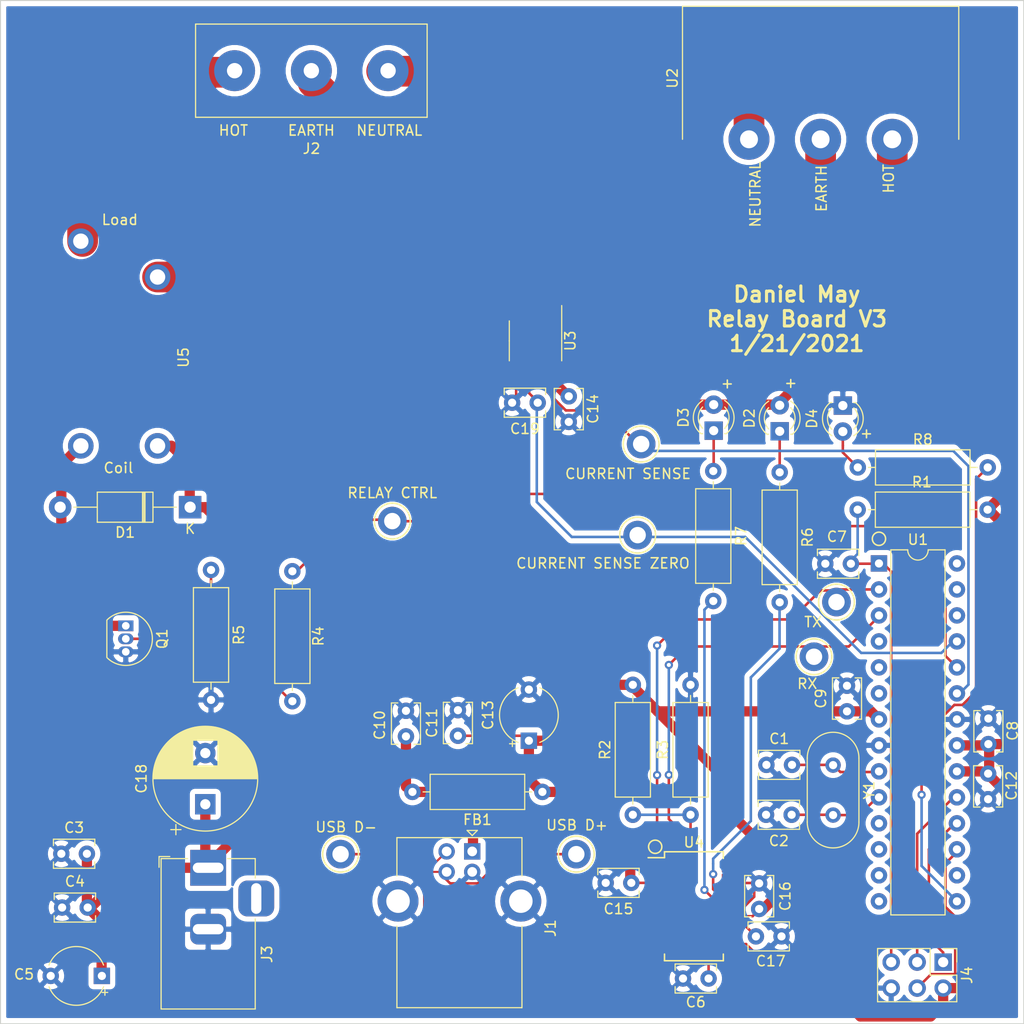
<source format=kicad_pcb>
(kicad_pcb (version 20171130) (host pcbnew "(5.1.8)-1")
  (layers (0 F.Cu signal) (31 B.Cu signal) (34 B.Paste user) (35 F.Paste user) (36 B.SilkS user) (37 F.SilkS user) (38 B.Mask user) (39 F.Mask user) (44 Edge.Cuts user))
  (net 0 "")
  (net 1 XTAL1)
  (net 2 ISP_GND)
  (net 3 XTAL2)
  (net 4 5V_Rail)
  (net 5 "Net-(C6-Pad2)")
  (net 6 "Net-(C10-Pad2)")
  (net 7 "Net-(D1-Pad2)")
  (net 8 "Net-(D2-Pad1)")
  (net 9 "Net-(D3-Pad1)")
  (net 10 "Net-(D4-Pad2)")
  (net 11 USB_D+)
  (net 12 USB_D-)
  (net 13 AC_Hot_OUT)
  (net 14 AC_Neutral_IN)
  (net 15 AC_Earth_IN)
  (net 16 "Net-(J3-PadMP)")
  (net 17 ISP_RST)
  (net 18 ISP_MOSI)
  (net 19 ISP_SCK)
  (net 20 ISP_MISO)
  (net 21 "Net-(Q1-Pad2)")
  (net 22 Relay_CTRL)
  (net 23 "Net-(R6-Pad2)")
  (net 24 "Net-(R7-Pad2)")
  (net 25 "Net-(R8-Pad2)")
  (net 26 "Net-(U1-Pad28)")
  (net 27 "Net-(U1-Pad14)")
  (net 28 "Net-(U1-Pad27)")
  (net 29 "Net-(U1-Pad13)")
  (net 30 "Net-(U1-Pad26)")
  (net 31 "Net-(U1-Pad12)")
  (net 32 "Net-(U1-Pad11)")
  (net 33 Current_Sense)
  (net 34 "Net-(U1-Pad6)")
  (net 35 "Net-(U1-Pad5)")
  (net 36 "Net-(U1-Pad4)")
  (net 37 FTDI_UART_RX)
  (net 38 "Net-(U1-Pad16)")
  (net 39 FTDI_UART_TX)
  (net 40 AC_Hot_IN)
  (net 41 AC_Hot_Sense)
  (net 42 "Net-(U4-Pad28)")
  (net 43 "Net-(U4-Pad27)")
  (net 44 "Net-(U4-Pad14)")
  (net 45 "Net-(U4-Pad13)")
  (net 46 "Net-(U4-Pad12)")
  (net 47 "Net-(U4-Pad11)")
  (net 48 "Net-(U4-Pad10)")
  (net 49 "Net-(U4-Pad9)")
  (net 50 "Net-(U4-Pad6)")
  (net 51 "Net-(U4-Pad3)")
  (net 52 "Net-(U4-Pad2)")
  (net 53 "Net-(C17-Pad2)")
  (net 54 USB_VBUS_Rail)
  (net 55 Current_Sense_Zero)
  (module TestPoint:TestPoint_Keystone_5005-5009_Compact (layer F.Cu) (at 122.1867 125.3617)
    (fp_text reference "USB D-" (at 0.5461 -2.6416) (layer F.SilkS))
    (fp_text value TestPoint_Keystone_5005-5009_Compact)
    (pad 1 thru_hole circle (at 0 0) (size 2.8 2.8) (drill 1.6) (layers *.Cu *.Mask) (net 12 USB_D-))
  )
  (module TestPoint:TestPoint_Keystone_5005-5009_Compact (layer F.Cu) (at 145.2245 125.3617)
    (fp_text reference "USB D+" (at 0.0635 -2.8321) (layer F.SilkS))
    (fp_text value TestPoint_Keystone_5005-5009_Compact)
    (pad 1 thru_hole circle (at 0 0) (size 2.8 2.8) (drill 1.6) (layers *.Cu *.Mask) (net 11 USB_D+))
  )
  (module Custom_Footprints:G5PZ-1A-E_DC5 (layer F.Cu) (at 96.7994 85.4583 90)
    (fp_text reference U5 (at 8.636 10.033 90) (layer F.SilkS))
    (fp_text value G5PZ-1A-E_DC5)
    (fp_text user Load (at 22.098 3.81) (layer F.SilkS))
    (fp_text user Coil (at -2.159 3.683 180) (layer F.SilkS))
    (pad 3 thru_hole circle (at 20 0 90) (size 2.5 2.5) (drill 1.5) (layers *.Cu *.Mask) (net 13 AC_Hot_OUT))
    (pad 4 thru_hole circle (at 16.5 7.5 90) (size 2.5 2.5) (drill 1.5) (layers *.Cu *.Mask) (net 41 AC_Hot_Sense))
    (pad 1 thru_hole circle (at 0 7.5 90) (size 2.5 2.5) (drill 1.5) (layers *.Cu *.Mask) (net 4 5V_Rail))
    (pad 2 thru_hole circle (at 0 0 90) (size 2.5 2.5) (drill 1.5) (layers *.Cu *.Mask) (net 7 "Net-(D1-Pad2)"))
  )
  (module Package_SO:SOIC-8_3.9x4.9mm_P1.27mm (layer F.Cu) (at 141.2367 75.1967 270)
    (fp_text reference U3 (at 0 -3.4 90) (layer F.SilkS))
    (fp_text value ACS730xLCTR-20AB)
    (pad 8 smd roundrect (at 2.475 -1.905 270) (size 1.95 0.6) (layers F.Cu F.Paste F.Mask) (net 54 USB_VBUS_Rail))
    (pad 7 smd roundrect (at 2.475 -0.635 270) (size 1.95 0.6) (layers F.Cu F.Paste F.Mask) (net 33 Current_Sense))
    (pad 6 smd roundrect (at 2.475 0.635 270) (size 1.95 0.6) (layers F.Cu F.Paste F.Mask) (net 55 Current_Sense_Zero))
    (pad 5 smd roundrect (at 2.475 1.905 270) (size 1.95 0.6) (layers F.Cu F.Paste F.Mask) (net 2 ISP_GND))
    (pad 4 smd roundrect (at -2.475 1.905 270) (size 1.95 0.6) (layers F.Cu F.Paste F.Mask) (net 41 AC_Hot_Sense))
    (pad 3 smd roundrect (at -2.475 0.635 270) (size 1.95 0.6) (layers F.Cu F.Paste F.Mask) (net 41 AC_Hot_Sense))
    (pad 2 smd roundrect (at -2.475 -0.635 270) (size 1.95 0.6) (layers F.Cu F.Paste F.Mask) (net 40 AC_Hot_IN))
    (pad 1 smd roundrect (at -2.475 -1.905 270) (size 1.95 0.6) (layers F.Cu F.Paste F.Mask) (net 40 AC_Hot_IN))
  )
  (module Capacitor_THT:C_Disc_D3.8mm_W2.6mm_P2.50mm (layer F.Cu) (at 141.4507 81.2419 180)
    (fp_text reference C19 (at 1.25 -2.55) (layer F.SilkS))
    (fp_text value .1uF)
    (pad 2 thru_hole circle (at 2.5 0 180) (size 1.6 1.6) (drill 0.8) (layers *.Cu *.Mask) (net 2 ISP_GND))
    (pad 1 thru_hole circle (at 0 0 180) (size 1.6 1.6) (drill 0.8) (layers *.Cu *.Mask) (net 55 Current_Sense_Zero))
  )
  (module Custom_Footprints:2mm_square_pad (layer F.Cu) (at 141.5161 71.7423)
    (fp_text reference REF**)
    (fp_text value 2mm_square_pad)
    (fp_poly (pts (xy 2 2) (xy 0 2) (xy 0 0) (xy 2 0)) (layer F.Cu) (width 0.1))
  )
  (module Custom_Footprints:2mm_square_pad (layer F.Cu) (at 138.9761 71.7423)
    (fp_text reference REF**)
    (fp_text value 2mm_square_pad)
    (fp_poly (pts (xy 2 2) (xy 0 2) (xy 0 0) (xy 2 0)) (layer F.Cu) (width 0.1))
  )
  (module TestPoint:TestPoint_Keystone_5005-5009_Compact (layer F.Cu) (at 151.2189 94.1832)
    (fp_text reference "CURRENT SENSE ZERO" (at -3.3909 2.7559) (layer F.SilkS))
    (fp_text value TestPoint_Keystone_5005-5009_Compact)
    (pad 1 thru_hole circle (at 0 0) (size 2.8 2.8) (drill 1.6) (layers *.Cu *.Mask) (net 55 Current_Sense_Zero))
  )
  (module TestPoint:TestPoint_Keystone_5005-5009_Compact (layer F.Cu) (at 151.5618 85.2805)
    (fp_text reference "CURRENT SENSE" (at -1.2827 2.9083) (layer F.SilkS))
    (fp_text value TestPoint_Keystone_5005-5009_Compact)
    (pad 1 thru_hole circle (at 0 0) (size 2.8 2.8) (drill 1.6) (layers *.Cu *.Mask) (net 33 Current_Sense))
  )
  (module TestPoint:TestPoint_Keystone_5005-5009_Compact (layer F.Cu) (at 127.2413 92.8116)
    (fp_text reference "RELAY CTRL" (at 0 -2.75) (layer F.SilkS))
    (fp_text value TestPoint_Keystone_5005-5009_Compact)
    (pad 1 thru_hole circle (at 0 0) (size 2.8 2.8) (drill 1.6) (layers *.Cu *.Mask) (net 22 Relay_CTRL))
  )
  (module TestPoint:TestPoint_Keystone_5005-5009_Compact (layer F.Cu) (at 168.4528 106.0704)
    (fp_text reference RX (at -0.6604 2.6416) (layer F.SilkS))
    (fp_text value TestPoint_Keystone_5005-5009_Compact)
    (pad 1 thru_hole circle (at 0 0) (size 2.8 2.8) (drill 1.6) (layers *.Cu *.Mask) (net 37 FTDI_UART_RX))
  )
  (module TestPoint:TestPoint_Keystone_5005-5009_Compact (layer F.Cu) (at 170.6499 100.7237)
    (fp_text reference TX (at -2.286 1.9558) (layer F.SilkS))
    (fp_text value TestPoint_Keystone_5005-5009_Compact)
    (pad 1 thru_hole circle (at 0 0) (size 2.8 2.8) (drill 1.6) (layers *.Cu *.Mask) (net 39 FTDI_UART_TX))
  )
  (module Capacitor_THT:CP_Radial_D10.0mm_P5.00mm (layer F.Cu) (at 108.966 120.4849 90)
    (fp_text reference C18 (at 2.5 -6.25 90) (layer F.SilkS))
    (fp_text value 1000uF)
    (pad 2 thru_hole circle (at 5 0 90) (size 2 2) (drill 1) (layers *.Cu *.Mask) (net 2 ISP_GND))
    (pad 1 thru_hole rect (at 0 0 90) (size 2 2) (drill 1) (layers *.Cu *.Mask) (net 4 5V_Rail))
  )
  (module Connector_USB:USB_B_Lumberg_2411_02_Horizontal (layer F.Cu) (at 135.0518 125.095 270)
    (fp_text reference J1 (at 7.5 -7.65 90) (layer F.SilkS))
    (fp_text value USB_B)
    (pad 5 thru_hole circle (at 4.86 -4.75) (size 4 4) (drill 2.3) (layers *.Cu *.Mask) (net 2 ISP_GND))
    (pad 5 thru_hole circle (at 4.86 7.25) (size 4 4) (drill 2.3) (layers *.Cu *.Mask) (net 2 ISP_GND))
    (pad 4 thru_hole circle (at 2 0) (size 1.6 1.6) (drill 0.95) (layers *.Cu *.Mask) (net 2 ISP_GND))
    (pad 3 thru_hole circle (at 2 2.5) (size 1.6 1.6) (drill 0.95) (layers *.Cu *.Mask) (net 11 USB_D+))
    (pad 2 thru_hole circle (at 0 2.5) (size 1.6 1.6) (drill 0.95) (layers *.Cu *.Mask) (net 12 USB_D-))
    (pad 1 thru_hole rect (at 0 0) (size 1.6 1.6) (drill 0.95) (layers *.Cu *.Mask) (net 6 "Net-(C10-Pad2)"))
  )
  (module Capacitor_THT:C_Disc_D3.8mm_W2.6mm_P2.50mm (layer F.Cu) (at 165.2778 133.4008 180)
    (fp_text reference C17 (at 1.0541 -2.413) (layer F.SilkS))
    (fp_text value .1uF)
    (pad 2 thru_hole circle (at 2.5 0 180) (size 1.6 1.6) (drill 0.8) (layers *.Cu *.Mask) (net 53 "Net-(C17-Pad2)"))
    (pad 1 thru_hole circle (at 0 0 180) (size 1.6 1.6) (drill 0.8) (layers *.Cu *.Mask) (net 2 ISP_GND))
  )
  (module Capacitor_THT:C_Disc_D3.8mm_W2.6mm_P2.50mm (layer F.Cu) (at 172.0596 96.9772 180)
    (fp_text reference C7 (at 1.3716 2.6416) (layer F.SilkS))
    (fp_text value .1uF)
    (pad 2 thru_hole circle (at 2.5 0 180) (size 1.6 1.6) (drill 0.8) (layers *.Cu *.Mask) (net 2 ISP_GND))
    (pad 1 thru_hole circle (at 0 0 180) (size 1.6 1.6) (drill 0.8) (layers *.Cu *.Mask) (net 17 ISP_RST))
  )
  (module Custom_Footprints:IEC_Connector (layer F.Cu) (at 169.1005 55.499)
    (fp_text reference U2 (at -14.478 -5.969 90) (layer F.SilkS))
    (fp_text value IEC_Connector)
    (fp_text user NEUTRAL (at -6.38 5.39 90) (layer F.SilkS))
    (fp_text user EARTH (at 0.09 4.81 270) (layer F.SilkS))
    (fp_text user HOT (at 6.65 3.85 270) (layer F.SilkS))
    (pad 2 thru_hole circle (at 0 0) (size 4 4) (drill 1.75) (layers *.Cu *.Mask) (net 15 AC_Earth_IN))
    (pad 0 thru_hole circle (at 7 0) (size 4 4) (drill 1.75) (layers *.Cu *.Mask) (net 40 AC_Hot_IN))
    (pad 1 thru_hole circle (at -7 0) (size 4 4) (drill 1.75) (layers *.Cu *.Mask) (net 14 AC_Neutral_IN))
  )
  (module Crystal:Crystal_HC49-U_Vertical (layer F.Cu) (at 170.3197 116.6622 270)
    (fp_text reference Y1 (at 2.44 -3.525 90) (layer F.SilkS))
    (fp_text value 16MHz)
    (pad 2 thru_hole circle (at 4.88 0 270) (size 1.5 1.5) (drill 0.8) (layers *.Cu *.Mask) (net 3 XTAL2))
    (pad 1 thru_hole circle (at 0 0 270) (size 1.5 1.5) (drill 0.8) (layers *.Cu *.Mask) (net 1 XTAL1))
  )
  (module Package_SO:SSOP-28_5.3x10.2mm_P0.65mm (layer F.Cu) (at 156.718 130.4544)
    (fp_text reference U4 (at 0 -6.25) (layer F.SilkS))
    (fp_text value FT232RL)
    (pad 28 smd rect (at 3.6 -4.225) (size 1.75 0.45) (layers F.Cu F.Paste F.Mask) (net 42 "Net-(U4-Pad28)"))
    (pad 27 smd rect (at 3.6 -3.575) (size 1.75 0.45) (layers F.Cu F.Paste F.Mask) (net 43 "Net-(U4-Pad27)"))
    (pad 26 smd rect (at 3.6 -2.925) (size 1.75 0.45) (layers F.Cu F.Paste F.Mask) (net 2 ISP_GND))
    (pad 25 smd rect (at 3.6 -2.275) (size 1.75 0.45) (layers F.Cu F.Paste F.Mask) (net 2 ISP_GND))
    (pad 24 smd rect (at 3.6 -1.625) (size 1.75 0.45) (layers F.Cu F.Paste F.Mask))
    (pad 23 smd rect (at 3.6 -0.975) (size 1.75 0.45) (layers F.Cu F.Paste F.Mask) (net 23 "Net-(R6-Pad2)"))
    (pad 22 smd rect (at 3.6 -0.325) (size 1.75 0.45) (layers F.Cu F.Paste F.Mask) (net 24 "Net-(R7-Pad2)"))
    (pad 21 smd rect (at 3.6 0.325) (size 1.75 0.45) (layers F.Cu F.Paste F.Mask) (net 2 ISP_GND))
    (pad 20 smd rect (at 3.6 0.975) (size 1.75 0.45) (layers F.Cu F.Paste F.Mask) (net 54 USB_VBUS_Rail))
    (pad 19 smd rect (at 3.6 1.625) (size 1.75 0.45) (layers F.Cu F.Paste F.Mask) (net 53 "Net-(C17-Pad2)"))
    (pad 18 smd rect (at 3.6 2.275) (size 1.75 0.45) (layers F.Cu F.Paste F.Mask) (net 2 ISP_GND))
    (pad 17 smd rect (at 3.6 2.925) (size 1.75 0.45) (layers F.Cu F.Paste F.Mask) (net 5 "Net-(C6-Pad2)"))
    (pad 16 smd rect (at 3.6 3.575) (size 1.75 0.45) (layers F.Cu F.Paste F.Mask) (net 12 USB_D-))
    (pad 15 smd rect (at 3.6 4.225) (size 1.75 0.45) (layers F.Cu F.Paste F.Mask) (net 11 USB_D+))
    (pad 14 smd rect (at -3.6 4.225) (size 1.75 0.45) (layers F.Cu F.Paste F.Mask) (net 44 "Net-(U4-Pad14)"))
    (pad 13 smd rect (at -3.6 3.575) (size 1.75 0.45) (layers F.Cu F.Paste F.Mask) (net 45 "Net-(U4-Pad13)"))
    (pad 12 smd rect (at -3.6 2.925) (size 1.75 0.45) (layers F.Cu F.Paste F.Mask) (net 46 "Net-(U4-Pad12)"))
    (pad 11 smd rect (at -3.6 2.275) (size 1.75 0.45) (layers F.Cu F.Paste F.Mask) (net 47 "Net-(U4-Pad11)"))
    (pad 10 smd rect (at -3.6 1.625) (size 1.75 0.45) (layers F.Cu F.Paste F.Mask) (net 48 "Net-(U4-Pad10)"))
    (pad 9 smd rect (at -3.6 0.975) (size 1.75 0.45) (layers F.Cu F.Paste F.Mask) (net 49 "Net-(U4-Pad9)"))
    (pad 8 smd rect (at -3.6 0.325) (size 1.75 0.45) (layers F.Cu F.Paste F.Mask))
    (pad 7 smd rect (at -3.6 -0.325) (size 1.75 0.45) (layers F.Cu F.Paste F.Mask) (net 2 ISP_GND))
    (pad 6 smd rect (at -3.6 -0.975) (size 1.75 0.45) (layers F.Cu F.Paste F.Mask) (net 50 "Net-(U4-Pad6)"))
    (pad 5 smd rect (at -3.6 -1.625) (size 1.75 0.45) (layers F.Cu F.Paste F.Mask) (net 37 FTDI_UART_RX))
    (pad 4 smd rect (at -3.6 -2.275) (size 1.75 0.45) (layers F.Cu F.Paste F.Mask) (net 54 USB_VBUS_Rail))
    (pad 3 smd rect (at -3.6 -2.925) (size 1.75 0.45) (layers F.Cu F.Paste F.Mask) (net 51 "Net-(U4-Pad3)"))
    (pad 2 smd rect (at -3.6 -3.575) (size 1.75 0.45) (layers F.Cu F.Paste F.Mask) (net 52 "Net-(U4-Pad2)"))
    (pad 1 smd rect (at -3.6 -4.225) (size 1.75 0.45) (layers F.Cu F.Paste F.Mask) (net 39 FTDI_UART_TX))
  )
  (module Package_DIP:DIP-28_W7.62mm (layer F.Cu) (at 174.8028 96.9518)
    (fp_text reference U1 (at 3.81 -2.33) (layer F.SilkS))
    (fp_text value ATmega328P-PU)
    (pad 28 thru_hole oval (at 7.62 0) (size 1.6 1.6) (drill 0.8) (layers *.Cu *.Mask) (net 26 "Net-(U1-Pad28)"))
    (pad 14 thru_hole oval (at 0 33.02) (size 1.6 1.6) (drill 0.8) (layers *.Cu *.Mask) (net 27 "Net-(U1-Pad14)"))
    (pad 27 thru_hole oval (at 7.62 2.54) (size 1.6 1.6) (drill 0.8) (layers *.Cu *.Mask) (net 28 "Net-(U1-Pad27)"))
    (pad 13 thru_hole oval (at 0 30.48) (size 1.6 1.6) (drill 0.8) (layers *.Cu *.Mask) (net 29 "Net-(U1-Pad13)"))
    (pad 26 thru_hole oval (at 7.62 5.08) (size 1.6 1.6) (drill 0.8) (layers *.Cu *.Mask) (net 30 "Net-(U1-Pad26)"))
    (pad 12 thru_hole oval (at 0 27.94) (size 1.6 1.6) (drill 0.8) (layers *.Cu *.Mask) (net 31 "Net-(U1-Pad12)"))
    (pad 25 thru_hole oval (at 7.62 7.62) (size 1.6 1.6) (drill 0.8) (layers *.Cu *.Mask) (net 55 Current_Sense_Zero))
    (pad 11 thru_hole oval (at 0 25.4) (size 1.6 1.6) (drill 0.8) (layers *.Cu *.Mask) (net 32 "Net-(U1-Pad11)"))
    (pad 24 thru_hole oval (at 7.62 10.16) (size 1.6 1.6) (drill 0.8) (layers *.Cu *.Mask) (net 22 Relay_CTRL))
    (pad 10 thru_hole oval (at 0 22.86) (size 1.6 1.6) (drill 0.8) (layers *.Cu *.Mask) (net 3 XTAL2))
    (pad 23 thru_hole oval (at 7.62 12.7) (size 1.6 1.6) (drill 0.8) (layers *.Cu *.Mask) (net 33 Current_Sense))
    (pad 9 thru_hole oval (at 0 20.32) (size 1.6 1.6) (drill 0.8) (layers *.Cu *.Mask) (net 1 XTAL1))
    (pad 22 thru_hole oval (at 7.62 15.24) (size 1.6 1.6) (drill 0.8) (layers *.Cu *.Mask) (net 2 ISP_GND))
    (pad 8 thru_hole oval (at 0 17.78) (size 1.6 1.6) (drill 0.8) (layers *.Cu *.Mask) (net 2 ISP_GND))
    (pad 21 thru_hole oval (at 7.62 17.78) (size 1.6 1.6) (drill 0.8) (layers *.Cu *.Mask) (net 54 USB_VBUS_Rail))
    (pad 7 thru_hole oval (at 0 15.24) (size 1.6 1.6) (drill 0.8) (layers *.Cu *.Mask) (net 54 USB_VBUS_Rail))
    (pad 20 thru_hole oval (at 7.62 20.32) (size 1.6 1.6) (drill 0.8) (layers *.Cu *.Mask) (net 54 USB_VBUS_Rail))
    (pad 6 thru_hole oval (at 0 12.7) (size 1.6 1.6) (drill 0.8) (layers *.Cu *.Mask) (net 34 "Net-(U1-Pad6)"))
    (pad 19 thru_hole oval (at 7.62 22.86) (size 1.6 1.6) (drill 0.8) (layers *.Cu *.Mask) (net 19 ISP_SCK))
    (pad 5 thru_hole oval (at 0 10.16) (size 1.6 1.6) (drill 0.8) (layers *.Cu *.Mask) (net 35 "Net-(U1-Pad5)"))
    (pad 18 thru_hole oval (at 7.62 25.4) (size 1.6 1.6) (drill 0.8) (layers *.Cu *.Mask) (net 20 ISP_MISO))
    (pad 4 thru_hole oval (at 0 7.62) (size 1.6 1.6) (drill 0.8) (layers *.Cu *.Mask) (net 36 "Net-(U1-Pad4)"))
    (pad 17 thru_hole oval (at 7.62 27.94) (size 1.6 1.6) (drill 0.8) (layers *.Cu *.Mask) (net 18 ISP_MOSI))
    (pad 3 thru_hole oval (at 0 5.08) (size 1.6 1.6) (drill 0.8) (layers *.Cu *.Mask) (net 37 FTDI_UART_RX))
    (pad 16 thru_hole oval (at 7.62 30.48) (size 1.6 1.6) (drill 0.8) (layers *.Cu *.Mask) (net 38 "Net-(U1-Pad16)"))
    (pad 2 thru_hole oval (at 0 2.54) (size 1.6 1.6) (drill 0.8) (layers *.Cu *.Mask) (net 39 FTDI_UART_TX))
    (pad 15 thru_hole oval (at 7.62 33.02) (size 1.6 1.6) (drill 0.8) (layers *.Cu *.Mask) (net 25 "Net-(R8-Pad2)"))
    (pad 1 thru_hole rect (at 0 0) (size 1.6 1.6) (drill 0.8) (layers *.Cu *.Mask) (net 17 ISP_RST))
  )
  (module Resistor_THT:R_Axial_DIN0309_L9.0mm_D3.2mm_P12.70mm_Horizontal (layer F.Cu) (at 172.7327 87.5665)
    (fp_text reference R8 (at 6.35 -2.72) (layer F.SilkS))
    (fp_text value 470)
    (pad 2 thru_hole oval (at 12.7 0) (size 1.6 1.6) (drill 0.8) (layers *.Cu *.Mask) (net 25 "Net-(R8-Pad2)"))
    (pad 1 thru_hole circle (at 0 0) (size 1.6 1.6) (drill 0.8) (layers *.Cu *.Mask) (net 10 "Net-(D4-Pad2)"))
  )
  (module Resistor_THT:R_Axial_DIN0309_L9.0mm_D3.2mm_P12.70mm_Horizontal (layer F.Cu) (at 158.6103 87.9221 270)
    (fp_text reference R7 (at 6.35 -2.72 90) (layer F.SilkS))
    (fp_text value 220)
    (pad 2 thru_hole oval (at 12.7 0 270) (size 1.6 1.6) (drill 0.8) (layers *.Cu *.Mask) (net 24 "Net-(R7-Pad2)"))
    (pad 1 thru_hole circle (at 0 0 270) (size 1.6 1.6) (drill 0.8) (layers *.Cu *.Mask) (net 9 "Net-(D3-Pad1)"))
  )
  (module Resistor_THT:R_Axial_DIN0309_L9.0mm_D3.2mm_P12.70mm_Horizontal (layer F.Cu) (at 165.1 88.0491 270)
    (fp_text reference R6 (at 6.35 -2.72 90) (layer F.SilkS))
    (fp_text value 220)
    (pad 2 thru_hole oval (at 12.7 0 270) (size 1.6 1.6) (drill 0.8) (layers *.Cu *.Mask) (net 23 "Net-(R6-Pad2)"))
    (pad 1 thru_hole circle (at 0 0 270) (size 1.6 1.6) (drill 0.8) (layers *.Cu *.Mask) (net 8 "Net-(D2-Pad1)"))
  )
  (module Resistor_THT:R_Axial_DIN0309_L9.0mm_D3.2mm_P12.70mm_Horizontal (layer F.Cu) (at 109.5248 97.5868 270)
    (fp_text reference R5 (at 6.35 -2.72 90) (layer F.SilkS))
    (fp_text value 10K)
    (pad 2 thru_hole oval (at 12.7 0 270) (size 1.6 1.6) (drill 0.8) (layers *.Cu *.Mask) (net 2 ISP_GND))
    (pad 1 thru_hole circle (at 0 0 270) (size 1.6 1.6) (drill 0.8) (layers *.Cu *.Mask) (net 21 "Net-(Q1-Pad2)"))
  )
  (module Resistor_THT:R_Axial_DIN0309_L9.0mm_D3.2mm_P12.70mm_Horizontal (layer F.Cu) (at 117.475 110.4138 90)
    (fp_text reference R4 (at 6.35 2.54 90) (layer F.SilkS))
    (fp_text value 220)
    (pad 2 thru_hole oval (at 12.7 0 90) (size 1.6 1.6) (drill 0.8) (layers *.Cu *.Mask) (net 22 Relay_CTRL))
    (pad 1 thru_hole circle (at 0 0 90) (size 1.6 1.6) (drill 0.8) (layers *.Cu *.Mask) (net 21 "Net-(Q1-Pad2)"))
  )
  (module Resistor_THT:R_Axial_DIN0309_L9.0mm_D3.2mm_P12.70mm_Horizontal (layer F.Cu) (at 156.3878 121.5136 90)
    (fp_text reference R3 (at 6.35 -2.72 90) (layer F.SilkS))
    (fp_text value 10k)
    (pad 2 thru_hole oval (at 12.7 0 90) (size 1.6 1.6) (drill 0.8) (layers *.Cu *.Mask) (net 2 ISP_GND))
    (pad 1 thru_hole circle (at 0 0 90) (size 1.6 1.6) (drill 0.8) (layers *.Cu *.Mask) (net 53 "Net-(C17-Pad2)"))
  )
  (module Resistor_THT:R_Axial_DIN0309_L9.0mm_D3.2mm_P12.70mm_Horizontal (layer F.Cu) (at 150.749 121.5136 90)
    (fp_text reference R2 (at 6.35 -2.72 90) (layer F.SilkS))
    (fp_text value 4.7k)
    (pad 2 thru_hole oval (at 12.7 0 90) (size 1.6 1.6) (drill 0.8) (layers *.Cu *.Mask) (net 54 USB_VBUS_Rail))
    (pad 1 thru_hole circle (at 0 0 90) (size 1.6 1.6) (drill 0.8) (layers *.Cu *.Mask) (net 53 "Net-(C17-Pad2)"))
  )
  (module Resistor_THT:R_Axial_DIN0309_L9.0mm_D3.2mm_P12.70mm_Horizontal (layer F.Cu) (at 185.42 91.694 180)
    (fp_text reference R1 (at 6.4262 2.6924) (layer F.SilkS))
    (fp_text value 10k)
    (pad 2 thru_hole oval (at 12.7 0 180) (size 1.6 1.6) (drill 0.8) (layers *.Cu *.Mask) (net 17 ISP_RST))
    (pad 1 thru_hole circle (at 0 0 180) (size 1.6 1.6) (drill 0.8) (layers *.Cu *.Mask) (net 54 USB_VBUS_Rail))
  )
  (module Package_TO_SOT_THT:TO-92_Inline (layer F.Cu) (at 101.1936 103.0478 270)
    (fp_text reference Q1 (at 1.27 -3.56 90) (layer F.SilkS))
    (fp_text value BC337)
    (pad 1 thru_hole rect (at 0 0 270) (size 1.05 1.5) (drill 0.75) (layers *.Cu *.Mask) (net 7 "Net-(D1-Pad2)"))
    (pad 3 thru_hole oval (at 2.54 0 270) (size 1.05 1.5) (drill 0.75) (layers *.Cu *.Mask) (net 2 ISP_GND))
    (pad 2 thru_hole oval (at 1.27 0 270) (size 1.05 1.5) (drill 0.75) (layers *.Cu *.Mask) (net 21 "Net-(Q1-Pad2)"))
  )
  (module Connector_PinHeader_2.54mm:PinHeader_2x03_P2.54mm_Vertical (layer F.Cu) (at 181.0766 135.9154 270)
    (fp_text reference J4 (at 1.27 -2.33 90) (layer F.SilkS))
    (fp_text value Conn_02x03_Odd_Even)
    (pad 6 thru_hole oval (at 2.54 5.08 270) (size 1.7 1.7) (drill 1) (layers *.Cu *.Mask) (net 2 ISP_GND))
    (pad 5 thru_hole oval (at 0 5.08 270) (size 1.7 1.7) (drill 1) (layers *.Cu *.Mask) (net 17 ISP_RST))
    (pad 4 thru_hole oval (at 2.54 2.54 270) (size 1.7 1.7) (drill 1) (layers *.Cu *.Mask) (net 18 ISP_MOSI))
    (pad 3 thru_hole oval (at 0 2.54 270) (size 1.7 1.7) (drill 1) (layers *.Cu *.Mask) (net 19 ISP_SCK))
    (pad 2 thru_hole oval (at 2.54 0 270) (size 1.7 1.7) (drill 1) (layers *.Cu *.Mask) (net 54 USB_VBUS_Rail))
    (pad 1 thru_hole rect (at 0 0 270) (size 1.7 1.7) (drill 1) (layers *.Cu *.Mask) (net 20 ISP_MISO))
  )
  (module Custom_Footprints:BarrelJack_Horizontal (layer F.Cu) (at 109.2454 126.6952 90)
    (fp_text reference J3 (at -8.45 5.75 90) (layer F.SilkS))
    (fp_text value Barrel_Jack_MountingPin)
    (pad MP thru_hole roundrect (at -3 4.7 90) (size 3.5 3.5) (drill oval 3 1) (layers *.Cu *.Mask) (net 16 "Net-(J3-PadMP)"))
    (pad 2 thru_hole roundrect (at -6 0 90) (size 3 3.5) (drill oval 1 3) (layers *.Cu *.Mask) (net 2 ISP_GND))
    (pad 1 thru_hole rect (at 0 0 90) (size 3.5 3.5) (drill oval 1 3) (layers *.Cu *.Mask) (net 4 5V_Rail))
  )
  (module Custom_Footprints:Screw_Terminal_Pads (layer F.Cu) (at 119.3292 48.7934)
    (fp_text reference J2 (at 0.02 7.62) (layer F.SilkS))
    (fp_text value Screw_Terminal_01x03)
    (fp_text user NEUTRAL (at 7.62 5.842) (layer F.SilkS))
    (fp_text user EARTH (at 0 5.842) (layer F.SilkS))
    (fp_text user HOT (at -7.62 5.842) (layer F.SilkS))
    (pad 3 thru_hole circle (at -7.5 0) (size 4 4) (drill 1.5) (layers *.Cu *.Mask) (net 13 AC_Hot_OUT))
    (pad 2 thru_hole circle (at 7.5 0) (size 4 4) (drill 1.5) (layers *.Cu *.Mask) (net 14 AC_Neutral_IN))
    (pad 1 thru_hole circle (at 0 0) (size 4 4) (drill 1.5) (layers *.Cu *.Mask) (net 15 AC_Earth_IN))
  )
  (module Resistor_THT:R_Axial_DIN0309_L9.0mm_D3.2mm_P12.70mm_Horizontal (layer F.Cu) (at 141.9098 119.2784 180)
    (fp_text reference FB1 (at 6.35 -2.72) (layer F.SilkS))
    (fp_text value Ferrite_Bead)
    (pad 2 thru_hole oval (at 12.7 0 180) (size 1.6 1.6) (drill 0.8) (layers *.Cu *.Mask) (net 6 "Net-(C10-Pad2)"))
    (pad 1 thru_hole circle (at 0 0 180) (size 1.6 1.6) (drill 0.8) (layers *.Cu *.Mask) (net 54 USB_VBUS_Rail))
  )
  (module LED_THT:LED_D3.0mm (layer F.Cu) (at 171.2722 81.5213 270)
    (fp_text reference D4 (at 1.2827 3.0226 90) (layer F.SilkS))
    (fp_text value LED)
    (pad 2 thru_hole circle (at 2.54 0 270) (size 1.8 1.8) (drill 0.9) (layers *.Cu *.Mask) (net 10 "Net-(D4-Pad2)"))
    (pad 1 thru_hole rect (at 0 0 270) (size 1.8 1.8) (drill 0.9) (layers *.Cu *.Mask) (net 2 ISP_GND))
  )
  (module LED_THT:LED_D3.0mm (layer F.Cu) (at 158.6484 83.9724 90)
    (fp_text reference D3 (at 1.27 -2.96 90) (layer F.SilkS))
    (fp_text value LED)
    (pad 2 thru_hole circle (at 2.54 0 90) (size 1.8 1.8) (drill 0.9) (layers *.Cu *.Mask) (net 54 USB_VBUS_Rail))
    (pad 1 thru_hole rect (at 0 0 90) (size 1.8 1.8) (drill 0.9) (layers *.Cu *.Mask) (net 9 "Net-(D3-Pad1)"))
  )
  (module LED_THT:LED_D3.0mm (layer F.Cu) (at 165.1 84.0359 90)
    (fp_text reference D2 (at 1.27 -2.96 90) (layer F.SilkS))
    (fp_text value LED)
    (pad 2 thru_hole circle (at 2.54 0 90) (size 1.8 1.8) (drill 0.9) (layers *.Cu *.Mask) (net 54 USB_VBUS_Rail))
    (pad 1 thru_hole rect (at 0 0 90) (size 1.8 1.8) (drill 0.9) (layers *.Cu *.Mask) (net 8 "Net-(D2-Pad1)"))
  )
  (module Diode_THT:D_DO-41_SOD81_P12.70mm_Horizontal (layer F.Cu) (at 107.4801 91.4527 180)
    (fp_text reference D1 (at 6.35 -2.47) (layer F.SilkS))
    (fp_text value D)
    (fp_text user K (at 0 -2.1) (layer F.SilkS))
    (pad 2 thru_hole oval (at 12.7 0 180) (size 2.2 2.2) (drill 1.1) (layers *.Cu *.Mask) (net 7 "Net-(D1-Pad2)"))
    (pad 1 thru_hole rect (at 0 0 180) (size 2.2 2.2) (drill 1.1) (layers *.Cu *.Mask) (net 4 5V_Rail))
  )
  (module Capacitor_THT:C_Disc_D3.8mm_W2.6mm_P2.50mm (layer F.Cu) (at 163.0934 128.2192 270)
    (fp_text reference C16 (at 1.25 -2.55 90) (layer F.SilkS))
    (fp_text value .1uF)
    (pad 2 thru_hole circle (at 2.5 0 270) (size 1.6 1.6) (drill 0.8) (layers *.Cu *.Mask) (net 54 USB_VBUS_Rail))
    (pad 1 thru_hole circle (at 0 0 270) (size 1.6 1.6) (drill 0.8) (layers *.Cu *.Mask) (net 2 ISP_GND))
  )
  (module Capacitor_THT:C_Disc_D3.8mm_W2.6mm_P2.50mm (layer F.Cu) (at 150.5966 128.1684 180)
    (fp_text reference C15 (at 1.25 -2.55) (layer F.SilkS))
    (fp_text value .1uF)
    (pad 2 thru_hole circle (at 2.5 0 180) (size 1.6 1.6) (drill 0.8) (layers *.Cu *.Mask) (net 2 ISP_GND))
    (pad 1 thru_hole circle (at 0 0 180) (size 1.6 1.6) (drill 0.8) (layers *.Cu *.Mask) (net 54 USB_VBUS_Rail))
  )
  (module Capacitor_THT:C_Disc_D3.8mm_W2.6mm_P2.50mm (layer F.Cu) (at 144.4879 80.6196 270)
    (fp_text reference C14 (at 1.2319 -2.3622 90) (layer F.SilkS))
    (fp_text value .1uF)
    (pad 2 thru_hole circle (at 2.5 0 270) (size 1.6 1.6) (drill 0.8) (layers *.Cu *.Mask) (net 2 ISP_GND))
    (pad 1 thru_hole circle (at 0 0 270) (size 1.6 1.6) (drill 0.8) (layers *.Cu *.Mask) (net 54 USB_VBUS_Rail))
  )
  (module Capacitor_THT:CP_Radial_Tantal_D5.5mm_P5.00mm (layer F.Cu) (at 140.589 114.2746 90)
    (fp_text reference C13 (at 2.5 -4 90) (layer F.SilkS))
    (fp_text value 4.7uF)
    (pad 2 thru_hole circle (at 5 0 90) (size 1.6 1.6) (drill 0.8) (layers *.Cu *.Mask) (net 2 ISP_GND))
    (pad 1 thru_hole rect (at 0 0 90) (size 1.6 1.6) (drill 0.8) (layers *.Cu *.Mask) (net 54 USB_VBUS_Rail))
  )
  (module Capacitor_THT:C_Disc_D3.8mm_W2.6mm_P2.50mm (layer F.Cu) (at 185.4708 119.9896 90)
    (fp_text reference C12 (at 1.3208 2.286 90) (layer F.SilkS))
    (fp_text value .1uF)
    (pad 2 thru_hole circle (at 2.5 0 90) (size 1.6 1.6) (drill 0.8) (layers *.Cu *.Mask) (net 54 USB_VBUS_Rail))
    (pad 1 thru_hole circle (at 0 0 90) (size 1.6 1.6) (drill 0.8) (layers *.Cu *.Mask) (net 2 ISP_GND))
  )
  (module Capacitor_THT:C_Disc_D3.8mm_W2.6mm_P2.50mm (layer F.Cu) (at 133.6548 113.792 90)
    (fp_text reference C11 (at 1.25 -2.55 90) (layer F.SilkS))
    (fp_text value 100nF)
    (pad 2 thru_hole circle (at 2.5 0 90) (size 1.6 1.6) (drill 0.8) (layers *.Cu *.Mask) (net 2 ISP_GND))
    (pad 1 thru_hole circle (at 0 0 90) (size 1.6 1.6) (drill 0.8) (layers *.Cu *.Mask) (net 54 USB_VBUS_Rail))
  )
  (module Capacitor_THT:C_Disc_D3.8mm_W2.6mm_P2.50mm (layer F.Cu) (at 128.5748 111.3536 270)
    (fp_text reference C10 (at 1.397 2.5654 90) (layer F.SilkS))
    (fp_text value 10nF)
    (pad 2 thru_hole circle (at 2.5 0 270) (size 1.6 1.6) (drill 0.8) (layers *.Cu *.Mask) (net 6 "Net-(C10-Pad2)"))
    (pad 1 thru_hole circle (at 0 0 270) (size 1.6 1.6) (drill 0.8) (layers *.Cu *.Mask) (net 2 ISP_GND))
  )
  (module Capacitor_THT:C_Disc_D3.8mm_W2.6mm_P2.50mm (layer F.Cu) (at 171.6786 111.4044 90)
    (fp_text reference C9 (at 1.25 -2.55 90) (layer F.SilkS))
    (fp_text value .1uF)
    (pad 2 thru_hole circle (at 2.5 0 90) (size 1.6 1.6) (drill 0.8) (layers *.Cu *.Mask) (net 2 ISP_GND))
    (pad 1 thru_hole circle (at 0 0 90) (size 1.6 1.6) (drill 0.8) (layers *.Cu *.Mask) (net 54 USB_VBUS_Rail))
  )
  (module Capacitor_THT:C_Disc_D3.8mm_W2.6mm_P2.50mm (layer F.Cu) (at 185.4962 114.6048 90)
    (fp_text reference C8 (at 1.2954 2.3622 90) (layer F.SilkS))
    (fp_text value .1uF)
    (pad 2 thru_hole circle (at 2.5 0 90) (size 1.6 1.6) (drill 0.8) (layers *.Cu *.Mask) (net 2 ISP_GND))
    (pad 1 thru_hole circle (at 0 0 90) (size 1.6 1.6) (drill 0.8) (layers *.Cu *.Mask) (net 54 USB_VBUS_Rail))
  )
  (module Capacitor_THT:C_Disc_D3.8mm_W2.6mm_P2.50mm (layer F.Cu) (at 155.6512 137.5156)
    (fp_text reference C6 (at 1.2446 2.3114) (layer F.SilkS))
    (fp_text value 100nF)
    (pad 2 thru_hole circle (at 2.5 0) (size 1.6 1.6) (drill 0.8) (layers *.Cu *.Mask) (net 5 "Net-(C6-Pad2)"))
    (pad 1 thru_hole circle (at 0 0) (size 1.6 1.6) (drill 0.8) (layers *.Cu *.Mask) (net 2 ISP_GND))
  )
  (module Capacitor_THT:CP_Radial_Tantal_D5.5mm_P5.00mm (layer F.Cu) (at 98.8568 137.2616 180)
    (fp_text reference C5 (at 7.6073 0.1524) (layer F.SilkS))
    (fp_text value 4.7uF)
    (pad 2 thru_hole circle (at 5 0 180) (size 1.6 1.6) (drill 0.8) (layers *.Cu *.Mask) (net 2 ISP_GND))
    (pad 1 thru_hole rect (at 0 0 180) (size 1.6 1.6) (drill 0.8) (layers *.Cu *.Mask) (net 4 5V_Rail))
  )
  (module Capacitor_THT:C_Disc_D3.8mm_W2.6mm_P2.50mm (layer F.Cu) (at 94.9706 130.5814)
    (fp_text reference C4 (at 1.25 -2.55) (layer F.SilkS))
    (fp_text value 100nF)
    (pad 2 thru_hole circle (at 2.5 0) (size 1.6 1.6) (drill 0.8) (layers *.Cu *.Mask) (net 4 5V_Rail))
    (pad 1 thru_hole circle (at 0 0) (size 1.6 1.6) (drill 0.8) (layers *.Cu *.Mask) (net 2 ISP_GND))
  )
  (module Capacitor_THT:C_Disc_D3.8mm_W2.6mm_P2.50mm (layer F.Cu) (at 94.8944 125.3236)
    (fp_text reference C3 (at 1.25 -2.55) (layer F.SilkS))
    (fp_text value 10nF)
    (pad 2 thru_hole circle (at 2.5 0) (size 1.6 1.6) (drill 0.8) (layers *.Cu *.Mask) (net 4 5V_Rail))
    (pad 1 thru_hole circle (at 0 0) (size 1.6 1.6) (drill 0.8) (layers *.Cu *.Mask) (net 2 ISP_GND))
  )
  (module Capacitor_THT:C_Disc_D3.8mm_W2.6mm_P2.50mm (layer F.Cu) (at 166.2684 121.5136 180)
    (fp_text reference C2 (at 1.25 -2.55) (layer F.SilkS))
    (fp_text value 16pF)
    (pad 2 thru_hole circle (at 2.5 0 180) (size 1.6 1.6) (drill 0.8) (layers *.Cu *.Mask) (net 2 ISP_GND))
    (pad 1 thru_hole circle (at 0 0 180) (size 1.6 1.6) (drill 0.8) (layers *.Cu *.Mask) (net 3 XTAL2))
  )
  (module Capacitor_THT:C_Disc_D3.8mm_W2.6mm_P2.50mm (layer F.Cu) (at 163.8046 116.6368)
    (fp_text reference C1 (at 1.25 -2.55) (layer F.SilkS))
    (fp_text value 16pF)
    (pad 2 thru_hole circle (at 2.5 0) (size 1.6 1.6) (drill 0.8) (layers *.Cu *.Mask) (net 1 XTAL1))
    (pad 1 thru_hole circle (at 0 0) (size 1.6 1.6) (drill 0.8) (layers *.Cu *.Mask) (net 2 ISP_GND))
  )
  (gr_circle (center 152.9334 124.639268) (end 153.5834 124.639268) (layer F.SilkS) (width 0.15))
  (gr_circle (center 174.8028 94.540268) (end 175.4528 94.540268) (layer F.SilkS) (width 0.15))
  (gr_text + (at 159.9819 79.3369) (layer F.SilkS) (effects (font (size 1 1))))
  (gr_text + (at 166.1795 79.2861) (layer F.SilkS) (effects (font (size 1 1))))
  (gr_text + (at 173.5836 84.2137) (layer F.SilkS) (effects (font (size 1 1))))
  (gr_text "Daniel May\nRelay Board V3\n1/21/2021" (at 166.7764 73.0631) (layer F.SilkS) (effects (font (size 1.5 1.5) (thickness 0.3))))
  (gr_line (start 88.9508 141.9354) (end 188.9508 141.9354) (layer Edge.Cuts) (width 0.1))
  (gr_line (start 188.9508 41.9354) (end 188.9508 141.9354) (layer Edge.Cuts) (width 0.1))
  (gr_line (start 88.9508 41.9354) (end 188.9508 41.9354) (layer Edge.Cuts) (width 0.1))
  (gr_line (start 88.9508 41.9354) (end 88.9508 141.9354) (layer Edge.Cuts) (width 0.1))
  (segment (start 170.4848 116.6368) (end 170.561 116.713) (width 0.25) (layer F.Cu) (net 1))
  (segment (start 166.3046 116.6368) (end 170.3324 116.6368) (width 0.25) (layer F.Cu) (net 1))
  (segment (start 170.3324 116.6368) (end 171.0309 117.3353) (width 0.25) (layer F.Cu) (net 1))
  (segment (start 171.0309 117.3353) (end 175.0314 117.3353) (width 0.25) (layer F.Cu) (net 1))
  (segment (start 148.0966 128.1684) (end 150.0778 130.1496) (width 0.25) (layer F.Cu) (net 2))
  (segment (start 150.0778 130.1496) (end 152.9842 130.1496) (width 0.25) (layer F.Cu) (net 2))
  (segment (start 156.682998 130.1294) (end 159.293998 132.7404) (width 0.25) (layer F.Cu) (net 2))
  (segment (start 153.118 130.1294) (end 156.682998 130.1294) (width 0.25) (layer F.Cu) (net 2))
  (segment (start 159.293998 132.7404) (end 159.8676 132.7404) (width 0.25) (layer F.Cu) (net 2))
  (segment (start 160.318 128.1794) (end 160.318 127.6672) (width 0.25) (layer F.Cu) (net 2))
  (segment (start 160.318 128.1794) (end 162.4948 128.1794) (width 0.25) (layer F.Cu) (net 2))
  (segment (start 162.4948 128.1794) (end 162.6108 128.2954) (width 0.25) (layer F.Cu) (net 2))
  (segment (start 162.6108 129.521602) (end 161.322402 130.81) (width 0.25) (layer F.Cu) (net 2))
  (segment (start 162.6108 128.2954) (end 162.6108 129.521602) (width 0.25) (layer F.Cu) (net 2))
  (segment (start 161.322402 130.81) (end 160.8836 130.81) (width 0.25) (layer F.Cu) (net 2))
  (segment (start 139.3444 77.6971) (end 139.3444 80.7974) (width 0.25) (layer F.Cu) (net 2))
  (segment (start 139.3444 80.7974) (end 139.1666 80.9752) (width 0.25) (layer F.Cu) (net 2))
  (segment (start 166.2684 121.5136) (end 170.2943 121.5136) (width 0.25) (layer F.Cu) (net 3))
  (segment (start 170.3197 121.5422) (end 172.8946 121.5422) (width 0.25) (layer F.Cu) (net 3))
  (segment (start 172.8946 121.5422) (end 174.5234 119.9134) (width 0.25) (layer F.Cu) (net 3))
  (segment (start 109.2454 126.6952) (end 109.2454 126.4158) (width 1) (layer F.Cu) (net 4))
  (segment (start 107.4801 91.4527) (end 108.9533 91.4527) (width 1) (layer F.Cu) (net 4))
  (segment (start 108.9533 91.4527) (end 113.3348 95.8342) (width 1) (layer F.Cu) (net 4))
  (segment (start 113.3348 97.4344) (end 113.3348 95.8342) (width 1) (layer F.Cu) (net 4))
  (segment (start 113.3348 102.0318) (end 113.3348 97.4344) (width 1) (layer F.Cu) (net 4))
  (segment (start 109.2454 126.4158) (end 122.2502 113.411) (width 1) (layer F.Cu) (net 4))
  (segment (start 122.2502 113.411) (end 122.2502 110.9472) (width 1) (layer F.Cu) (net 4))
  (segment (start 122.2502 110.9472) (end 113.3348 102.0318) (width 1) (layer F.Cu) (net 4))
  (segment (start 108.966 120.4849) (end 108.966 126.5301) (width 1) (layer F.Cu) (net 4))
  (segment (start 97.3944 125.3236) (end 97.3944 130.4779) (width 1) (layer F.Cu) (net 4))
  (segment (start 97.3944 130.4779) (end 98.8314 131.9149) (width 1) (layer F.Cu) (net 4))
  (segment (start 98.8314 131.9149) (end 98.8314 137.2235) (width 1) (layer F.Cu) (net 4))
  (segment (start 109.2454 126.6952) (end 101.6381 126.6952) (width 1) (layer F.Cu) (net 4))
  (segment (start 101.6381 126.6952) (end 97.8027 130.5306) (width 1) (layer F.Cu) (net 4))
  (segment (start 104.2994 85.4583) (end 105.664 85.4583) (width 1) (layer F.Cu) (net 4))
  (segment (start 107.442 87.2363) (end 107.442 91.3765) (width 1) (layer F.Cu) (net 4))
  (segment (start 105.664 85.4583) (end 107.442 87.2363) (width 1) (layer F.Cu) (net 4))
  (segment (start 159.210798 133.4516) (end 159.766 133.4516) (width 0.25) (layer F.Cu) (net 5))
  (segment (start 158.1512 137.5156) (end 158.1512 133.8345) (width 0.25) (layer F.Cu) (net 5))
  (segment (start 158.5341 133.4516) (end 159.210798 133.4516) (width 0.25) (layer F.Cu) (net 5))
  (segment (start 158.1512 133.8345) (end 158.5341 133.4516) (width 0.25) (layer F.Cu) (net 5))
  (segment (start 128.5748 113.8536) (end 128.5748 118.7704) (width 1) (layer F.Cu) (net 6))
  (segment (start 128.5748 118.7704) (end 129.1082 119.3038) (width 0.25) (layer F.Cu) (net 6))
  (segment (start 129.2098 119.2784) (end 132.588 119.2784) (width 1) (layer F.Cu) (net 6))
  (segment (start 132.588 119.2784) (end 135.128 121.8184) (width 1) (layer F.Cu) (net 6))
  (segment (start 135.128 121.8184) (end 135.128 125.1966) (width 1) (layer F.Cu) (net 6))
  (segment (start 101.1936 103.0478) (end 98.9584 103.0478) (width 1) (layer F.Cu) (net 7))
  (segment (start 94.8944 87.3252) (end 96.7867 85.4329) (width 1) (layer F.Cu) (net 7))
  (segment (start 94.8944 98.9838) (end 94.8944 87.3252) (width 1) (layer F.Cu) (net 7))
  (segment (start 98.9584 103.0478) (end 94.8944 98.9838) (width 1) (layer F.Cu) (net 7))
  (segment (start 165.1 84.0359) (end 165.1 87.8586) (width 0.25) (layer F.Cu) (net 8))
  (segment (start 165.1 87.8586) (end 165.227 87.9856) (width 0.25) (layer F.Cu) (net 8))
  (segment (start 158.6484 83.9724) (end 158.6484 87.9094) (width 0.25) (layer F.Cu) (net 9))
  (segment (start 158.6484 87.9094) (end 158.6611 87.9221) (width 0.25) (layer F.Cu) (net 9))
  (segment (start 171.2722 84.0613) (end 171.2722 85.4329) (width 0.25) (layer F.Cu) (net 10))
  (segment (start 171.2722 85.4329) (end 171.2722 86.106) (width 0.25) (layer F.Cu) (net 10))
  (segment (start 171.2722 86.106) (end 172.7327 87.5665) (width 0.25) (layer F.Cu) (net 10))
  (segment (start 135.591801 128.220001) (end 132.893601 128.220001) (width 0.25) (layer F.Cu) (net 11))
  (segment (start 138.450102 125.3617) (end 135.591801 128.220001) (width 0.25) (layer F.Cu) (net 11))
  (segment (start 145.2245 125.3617) (end 138.450102 125.3617) (width 0.25) (layer F.Cu) (net 11))
  (segment (start 132.893601 128.220001) (end 132.5245 127.8509) (width 0.25) (layer F.Cu) (net 11))
  (segment (start 132.5245 127.8509) (end 132.5245 127.1778) (width 0.25) (layer F.Cu) (net 11))
  (segment (start 130.7937 127.489497) (end 131.188197 127.095) (width 0.2) (layer F.Cu) (net 11))
  (segment (start 130.7937 130.6025) (end 130.7937 127.489497) (width 0.2) (layer F.Cu) (net 11))
  (segment (start 140.0472 139.856) (end 130.7937 130.6025) (width 0.2) (layer F.Cu) (net 11))
  (segment (start 152.702968 139.856) (end 140.0472 139.856) (width 0.2) (layer F.Cu) (net 11))
  (segment (start 152.759747 139.849602) (end 152.702968 139.856) (width 0.2) (layer F.Cu) (net 11))
  (segment (start 152.81368 139.83073) (end 152.759747 139.849602) (width 0.2) (layer F.Cu) (net 11))
  (segment (start 152.862061 139.80033) (end 152.81368 139.83073) (width 0.2) (layer F.Cu) (net 11))
  (segment (start 131.188197 127.095) (end 132.5518 127.095) (width 0.2) (layer F.Cu) (net 11))
  (segment (start 152.902464 139.759927) (end 152.862061 139.80033) (width 0.2) (layer F.Cu) (net 11))
  (segment (start 152.932864 139.711546) (end 152.902464 139.759927) (width 0.2) (layer F.Cu) (net 11))
  (segment (start 153.613803 139.759927) (end 153.583403 139.711546) (width 0.2) (layer F.Cu) (net 11))
  (segment (start 153.654206 139.80033) (end 153.613803 139.759927) (width 0.2) (layer F.Cu) (net 11))
  (segment (start 153.702587 139.83073) (end 153.654206 139.80033) (width 0.2) (layer F.Cu) (net 11))
  (segment (start 153.564531 139.657613) (end 153.551736 139.544053) (width 0.2) (layer F.Cu) (net 11))
  (segment (start 153.8133 139.856) (end 153.75652 139.849602) (width 0.2) (layer F.Cu) (net 11))
  (segment (start 153.75652 139.849602) (end 153.702587 139.83073) (width 0.2) (layer F.Cu) (net 11))
  (segment (start 160.8539 139.856) (end 153.8133 139.856) (width 0.2) (layer F.Cu) (net 11))
  (segment (start 163.0716 137.6383) (end 160.8539 139.856) (width 0.2) (layer F.Cu) (net 11))
  (segment (start 161.6424 134.5794) (end 163.0716 136.0086) (width 0.2) (layer F.Cu) (net 11))
  (segment (start 163.0716 136.0086) (end 163.0716 137.6383) (width 0.2) (layer F.Cu) (net 11))
  (segment (start 153.302968 139.345667) (end 153.2133 139.345667) (width 0.2) (layer F.Cu) (net 11))
  (segment (start 160.968 134.6794) (end 161.068 134.5794) (width 0.2) (layer F.Cu) (net 11))
  (segment (start 160.318 134.6794) (end 160.968 134.6794) (width 0.2) (layer F.Cu) (net 11))
  (segment (start 153.551736 139.544053) (end 153.532864 139.49012) (width 0.2) (layer F.Cu) (net 11))
  (segment (start 161.068 134.5794) (end 161.6424 134.5794) (width 0.2) (layer F.Cu) (net 11))
  (segment (start 153.532864 139.49012) (end 153.502464 139.441739) (width 0.2) (layer F.Cu) (net 11))
  (segment (start 153.15652 139.352064) (end 153.102587 139.370936) (width 0.2) (layer F.Cu) (net 11))
  (segment (start 153.502464 139.441739) (end 153.462061 139.401336) (width 0.2) (layer F.Cu) (net 11))
  (segment (start 153.462061 139.401336) (end 153.41368 139.370936) (width 0.2) (layer F.Cu) (net 11))
  (segment (start 153.41368 139.370936) (end 153.359747 139.352064) (width 0.2) (layer F.Cu) (net 11))
  (segment (start 153.2133 139.345667) (end 153.15652 139.352064) (width 0.2) (layer F.Cu) (net 11))
  (segment (start 153.583403 139.711546) (end 153.564531 139.657613) (width 0.2) (layer F.Cu) (net 11))
  (segment (start 153.359747 139.352064) (end 153.302968 139.345667) (width 0.2) (layer F.Cu) (net 11))
  (segment (start 153.102587 139.370936) (end 153.054206 139.401336) (width 0.2) (layer F.Cu) (net 11))
  (segment (start 153.054206 139.401336) (end 153.013803 139.441739) (width 0.2) (layer F.Cu) (net 11))
  (segment (start 153.013803 139.441739) (end 152.983403 139.49012) (width 0.2) (layer F.Cu) (net 11))
  (segment (start 152.964531 139.544053) (end 152.951736 139.657613) (width 0.2) (layer F.Cu) (net 11))
  (segment (start 152.983403 139.49012) (end 152.964531 139.544053) (width 0.2) (layer F.Cu) (net 11))
  (segment (start 152.951736 139.657613) (end 152.932864 139.711546) (width 0.2) (layer F.Cu) (net 11))
  (segment (start 160.968 134.0294) (end 160.318 134.0294) (width 0.2) (layer F.Cu) (net 12))
  (segment (start 161.068 134.1294) (end 160.968 134.0294) (width 0.2) (layer F.Cu) (net 12))
  (segment (start 161.8288 134.1294) (end 161.068 134.1294) (width 0.2) (layer F.Cu) (net 12))
  (segment (start 163.5216 135.8222) (end 161.8288 134.1294) (width 0.2) (layer F.Cu) (net 12))
  (segment (start 130.3437 130.7889) (end 139.8608 140.306) (width 0.2) (layer F.Cu) (net 12))
  (segment (start 139.8608 140.306) (end 161.0403 140.306) (width 0.2) (layer F.Cu) (net 12))
  (segment (start 163.5216 137.8247) (end 163.5216 135.8222) (width 0.2) (layer F.Cu) (net 12))
  (segment (start 161.0403 140.306) (end 163.5216 137.8247) (width 0.2) (layer F.Cu) (net 12))
  (segment (start 132.5518 125.095) (end 130.3437 127.3031) (width 0.2) (layer F.Cu) (net 12))
  (segment (start 130.3437 127.3031) (end 130.3437 130.7889) (width 0.2) (layer F.Cu) (net 12))
  (segment (start 128.4023 125.3617) (end 130.3437 127.3031) (width 0.25) (layer F.Cu) (net 12))
  (segment (start 122.1867 125.3617) (end 128.4023 125.3617) (width 0.25) (layer F.Cu) (net 12))
  (segment (start 96.9772 61.4016) (end 109.433 48.9458) (width 3) (layer F.Cu) (net 13))
  (segment (start 109.433 48.9458) (end 111.6076 48.9458) (width 3) (layer F.Cu) (net 13))
  (segment (start 96.9772 61.4016) (end 96.9772 65.4812) (width 3) (layer F.Cu) (net 13))
  (segment (start 96.9772 65.4812) (end 96.9137 65.5447) (width 0.25) (layer F.Cu) (net 13))
  (segment (start 162.1005 55.499) (end 162.1005 51.2295) (width 3) (layer F.Cu) (net 14))
  (segment (start 162.1005 51.2295) (end 159.7152 48.8442) (width 3) (layer F.Cu) (net 14))
  (segment (start 159.7152 48.8442) (end 126.1999 48.8442) (width 3) (layer F.Cu) (net 14))
  (segment (start 169.1005 55.499) (end 169.1005 60.1218) (width 3) (layer F.Cu) (net 15))
  (segment (start 124.714 55.1561) (end 119.4943 49.9364) (width 3) (layer F.Cu) (net 15))
  (segment (start 149.225 55.1561) (end 124.714 55.1561) (width 3) (layer F.Cu) (net 15))
  (segment (start 155.6893 61.6204) (end 149.225 55.1561) (width 3) (layer F.Cu) (net 15))
  (segment (start 167.6019 61.6204) (end 155.6893 61.6204) (width 3) (layer F.Cu) (net 15))
  (segment (start 169.1005 60.1218) (end 167.6019 61.6204) (width 3) (layer F.Cu) (net 15))
  (segment (start 175.9966 135.9154) (end 175.9966 97.7392) (width 0.25) (layer F.Cu) (net 17))
  (segment (start 175.9966 97.7392) (end 175.2346 96.9772) (width 0.25) (layer F.Cu) (net 17))
  (segment (start 172.0596 96.9772) (end 174.371 96.9772) (width 0.25) (layer F.Cu) (net 17))
  (segment (start 172.72 91.694) (end 172.72 96.012) (width 0.25) (layer B.Cu) (net 17))
  (segment (start 172.72 96.012) (end 172.1104 96.6216) (width 0.25) (layer B.Cu) (net 17))
  (segment (start 182.251601 131.465603) (end 181.297799 130.511801) (width 0.25) (layer F.Cu) (net 18))
  (segment (start 182.251601 137.025401) (end 182.251601 131.465603) (width 0.25) (layer F.Cu) (net 18))
  (segment (start 182.186601 137.090401) (end 182.251601 137.025401) (width 0.25) (layer F.Cu) (net 18))
  (segment (start 181.297799 130.511801) (end 181.297799 126.270801) (width 0.25) (layer F.Cu) (net 18))
  (segment (start 179.901599 137.090401) (end 182.186601 137.090401) (width 0.25) (layer F.Cu) (net 18))
  (segment (start 178.5366 138.4554) (end 179.901599 137.090401) (width 0.25) (layer F.Cu) (net 18))
  (segment (start 181.297799 126.270801) (end 182.4482 125.1204) (width 0.25) (layer F.Cu) (net 18))
  (segment (start 178.5366 135.9154) (end 178.5366 123.3678) (width 0.25) (layer F.Cu) (net 19))
  (segment (start 178.5366 123.3678) (end 182.118 119.7864) (width 0.25) (layer F.Cu) (net 19))
  (segment (start 181.0766 135.9154) (end 181.0766 134.9756) (width 0.25) (layer F.Cu) (net 20))
  (segment (start 181.0766 134.9756) (end 179.6796 133.5786) (width 0.25) (layer F.Cu) (net 20))
  (segment (start 179.6796 133.5786) (end 179.6796 124.8918) (width 0.25) (layer F.Cu) (net 20))
  (segment (start 179.6796 124.8918) (end 182.1688 122.4026) (width 0.25) (layer F.Cu) (net 20))
  (segment (start 109.5248 102.5652) (end 117.2464 110.2868) (width 0.25) (layer F.Cu) (net 21))
  (segment (start 107.6706 104.3178) (end 109.5248 102.4636) (width 0.25) (layer F.Cu) (net 21))
  (segment (start 101.1936 104.3178) (end 107.6706 104.3178) (width 0.25) (layer F.Cu) (net 21))
  (segment (start 109.5248 102.4636) (end 109.5248 102.5652) (width 0.25) (layer F.Cu) (net 21))
  (segment (start 109.5248 97.5868) (end 109.5248 102.4636) (width 0.25) (layer F.Cu) (net 21))
  (segment (start 181.297799 100.625387) (end 173.973802 93.30139) (width 0.25) (layer F.Cu) (net 22))
  (segment (start 181.297799 105.986799) (end 181.297799 100.625387) (width 0.25) (layer F.Cu) (net 22))
  (segment (start 182.4228 107.1118) (end 181.297799 105.986799) (width 0.25) (layer F.Cu) (net 22))
  (segment (start 122.944201 92.676399) (end 117.9068 97.7138) (width 0.25) (layer F.Cu) (net 22))
  (segment (start 122.944201 92.676399) (end 125.874199 92.676399) (width 0.25) (layer F.Cu) (net 22))
  (segment (start 125.874199 92.676399) (end 125.9332 92.7354) (width 0.25) (layer F.Cu) (net 22))
  (segment (start 128.405201 92.676399) (end 128.3716 92.71) (width 0.25) (layer F.Cu) (net 22))
  (segment (start 173.973802 93.30139) (end 171.66039 93.30139) (width 0.25) (layer F.Cu) (net 22))
  (segment (start 171.66039 93.30139) (end 168.5163 90.1573) (width 0.25) (layer F.Cu) (net 22))
  (segment (start 168.5163 90.1573) (end 134.366 90.1573) (width 0.25) (layer F.Cu) (net 22))
  (segment (start 134.366 90.1573) (end 131.699 92.8243) (width 0.25) (layer F.Cu) (net 22))
  (segment (start 131.699 92.8243) (end 127.5334 92.8243) (width 0.25) (layer F.Cu) (net 22))
  (via (at 158.5976 127.3175) (size 0.8) (drill 0.4) (layers F.Cu B.Cu) (net 23))
  (segment (start 158.5976 128.794002) (end 159.229298 129.4257) (width 0.25) (layer F.Cu) (net 23))
  (segment (start 158.5976 127.3175) (end 158.5976 128.794002) (width 0.25) (layer F.Cu) (net 23))
  (segment (start 159.229298 129.4257) (end 159.7533 129.4257) (width 0.25) (layer F.Cu) (net 23))
  (segment (start 158.5976 127.3175) (end 158.5976 126.3015) (width 0.25) (layer B.Cu) (net 23))
  (segment (start 158.5976 126.3015) (end 158.5976 125.8062) (width 0.25) (layer B.Cu) (net 23))
  (segment (start 158.5976 125.8062) (end 162.2806 122.1232) (width 0.25) (layer B.Cu) (net 23))
  (segment (start 162.2806 122.1232) (end 162.2806 108.0897) (width 0.25) (layer B.Cu) (net 23))
  (segment (start 162.2806 108.0897) (end 165.0873 105.283) (width 0.25) (layer B.Cu) (net 23))
  (segment (start 165.0873 105.283) (end 165.0873 100.9142) (width 0.25) (layer B.Cu) (net 23))
  (via (at 157.7467 128.8542) (size 0.8) (drill 0.4) (layers F.Cu B.Cu) (net 24))
  (segment (start 157.7467 128.8542) (end 159.0802 130.1877) (width 0.25) (layer F.Cu) (net 24))
  (segment (start 159.0802 130.1877) (end 159.7279 130.1877) (width 0.25) (layer F.Cu) (net 24))
  (segment (start 157.7467 128.8542) (end 157.7467 101.473) (width 0.25) (layer B.Cu) (net 24))
  (segment (start 157.7467 101.473) (end 158.4071 100.8126) (width 0.25) (layer B.Cu) (net 24))
  (via (at 178.9684 119.5578) (size 0.8) (drill 0.4) (layers F.Cu B.Cu) (net 25))
  (segment (start 178.9684 126.5174) (end 178.9684 119.5578) (width 0.25) (layer B.Cu) (net 25))
  (segment (start 182.4228 129.9718) (end 178.9684 126.5174) (width 0.25) (layer B.Cu) (net 25))
  (segment (start 182.962801 110.776801) (end 182.172797 110.776801) (width 0.25) (layer F.Cu) (net 25))
  (segment (start 178.9684 113.981198) (end 178.9684 119.5578) (width 0.25) (layer F.Cu) (net 25))
  (segment (start 184.294999 109.444603) (end 182.962801 110.776801) (width 0.25) (layer F.Cu) (net 25))
  (segment (start 182.172797 110.776801) (end 178.9684 113.981198) (width 0.25) (layer F.Cu) (net 25))
  (segment (start 184.294999 88.704201) (end 184.294999 109.444603) (width 0.25) (layer F.Cu) (net 25))
  (segment (start 185.4327 87.5665) (end 184.294999 88.704201) (width 0.25) (layer F.Cu) (net 25))
  (segment (start 144.197897 81.994599) (end 147.971099 81.994599) (width 0.25) (layer F.Cu) (net 33))
  (segment (start 147.971099 81.994599) (end 151.1681 85.1916) (width 0.25) (layer F.Cu) (net 33))
  (segment (start 141.8844 79.681102) (end 144.197897 81.994599) (width 0.25) (layer F.Cu) (net 33))
  (segment (start 141.8844 77.6971) (end 141.8844 79.681102) (width 0.25) (layer F.Cu) (net 33))
  (segment (start 183.547801 108.793499) (end 182.5879 109.7534) (width 0.25) (layer B.Cu) (net 33))
  (segment (start 183.547801 87.435503) (end 183.547801 108.793499) (width 0.25) (layer B.Cu) (net 33))
  (segment (start 182.065898 85.9536) (end 183.547801 87.435503) (width 0.25) (layer B.Cu) (net 33))
  (segment (start 152.2349 85.9536) (end 182.065898 85.9536) (width 0.25) (layer B.Cu) (net 33))
  (segment (start 151.5618 85.2805) (end 152.2349 85.9536) (width 0.25) (layer B.Cu) (net 33))
  (segment (start 154.243 128.8294) (end 154.7495 128.3229) (width 0.25) (layer F.Cu) (net 37))
  (segment (start 153.118 128.8294) (end 154.243 128.8294) (width 0.25) (layer F.Cu) (net 37))
  (segment (start 154.7495 122.4153) (end 154.2669 121.9327) (width 0.25) (layer F.Cu) (net 37))
  (segment (start 154.7495 128.3229) (end 154.7495 122.4153) (width 0.25) (layer F.Cu) (net 37))
  (segment (start 154.2669 121.9327) (end 154.2669 117.6147) (width 0.25) (layer F.Cu) (net 37))
  (segment (start 154.2669 117.6147) (end 154.2669 117.6147) (width 0.25) (layer F.Cu) (net 37))
  (via (at 154.2669 117.6147) (size 0.8) (drill 0.4) (layers F.Cu B.Cu) (net 37))
  (segment (start 154.2669 117.6147) (end 154.2669 106.8705) (width 0.25) (layer B.Cu) (net 37))
  (segment (start 154.2669 106.8705) (end 154.2669 106.8705) (width 0.25) (layer B.Cu) (net 37))
  (via (at 154.2669 106.8705) (size 0.8) (drill 0.4) (layers F.Cu B.Cu) (net 37))
  (segment (start 154.2669 106.8705) (end 156.0703 105.0671) (width 0.25) (layer F.Cu) (net 37))
  (segment (start 171.8564 105.0671) (end 174.7139 102.2096) (width 0.25) (layer F.Cu) (net 37))
  (segment (start 156.0703 105.0671) (end 168.0337 105.0671) (width 0.25) (layer F.Cu) (net 37))
  (segment (start 171.8564 105.0671) (end 168.9735 105.0671) (width 0.25) (layer F.Cu) (net 37))
  (segment (start 168.9735 105.0671) (end 168.9608 105.0798) (width 0.25) (layer F.Cu) (net 37))
  (segment (start 153.118 126.2294) (end 153.118 117.6342) (width 0.25) (layer F.Cu) (net 39))
  (segment (start 153.118 117.6342) (end 153.118 117.6342) (width 0.25) (layer F.Cu) (net 39))
  (via (at 153.118 117.6342) (size 0.8) (drill 0.4) (layers F.Cu B.Cu) (net 39))
  (segment (start 153.118 117.6342) (end 153.118 104.9723) (width 0.25) (layer B.Cu) (net 39))
  (segment (start 153.118 104.9723) (end 153.118 104.9723) (width 0.25) (layer B.Cu) (net 39))
  (via (at 153.118 104.9723) (size 0.8) (drill 0.4) (layers F.Cu B.Cu) (net 39))
  (segment (start 153.118 104.9723) (end 155.6648 102.4255) (width 0.25) (layer F.Cu) (net 39))
  (segment (start 155.6648 102.4255) (end 166.243 102.4255) (width 0.25) (layer F.Cu) (net 39))
  (segment (start 166.243 102.4255) (end 169.0751 99.5934) (width 0.25) (layer F.Cu) (net 39))
  (segment (start 169.0751 99.5934) (end 170.5356 99.5934) (width 0.25) (layer F.Cu) (net 39))
  (segment (start 174.8028 99.4918) (end 170.688 99.4918) (width 0.25) (layer F.Cu) (net 39))
  (segment (start 176.1005 55.499) (end 176.1005 62.9516) (width 3) (layer F.Cu) (net 40))
  (segment (start 166.2811 72.771) (end 143.6624 72.771) (width 3) (layer F.Cu) (net 40))
  (segment (start 176.1005 62.9516) (end 166.2811 72.771) (width 3) (layer F.Cu) (net 40))
  (segment (start 143.0162 72.7471) (end 143.0655 72.7964) (width 0.25) (layer F.Cu) (net 40))
  (segment (start 141.8844 72.7471) (end 143.0767 72.7471) (width 0.25) (layer F.Cu) (net 40))
  (segment (start 143.0767 72.7471) (end 143.0909 72.7329) (width 0.25) (layer F.Cu) (net 40))
  (segment (start 139.3693 72.3514) (end 139.4587 72.4408) (width 0.25) (layer F.Cu) (net 41))
  (segment (start 139.4602 72.7471) (end 139.4714 72.7583) (width 0.25) (layer F.Cu) (net 41))
  (segment (start 139.3444 72.7471) (end 140.6002 72.7471) (width 0.25) (layer F.Cu) (net 41))
  (segment (start 140.6002 72.7471) (end 140.6144 72.7613) (width 0.25) (layer F.Cu) (net 41))
  (segment (start 131.9911 72.771) (end 138.938 72.771) (width 3) (layer F.Cu) (net 41))
  (segment (start 128.1784 68.9583) (end 131.9911 72.771) (width 3) (layer F.Cu) (net 41))
  (segment (start 104.2994 68.9583) (end 128.1784 68.9583) (width 3) (layer F.Cu) (net 41))
  (segment (start 156.3878 129.184202) (end 159.207398 132.0038) (width 0.25) (layer F.Cu) (net 53))
  (segment (start 156.3878 121.5136) (end 156.3878 129.184202) (width 0.25) (layer F.Cu) (net 53))
  (segment (start 150.749 121.5136) (end 156.2608 121.5136) (width 0.25) (layer B.Cu) (net 53))
  (segment (start 159.207398 132.0038) (end 159.8041 132.0038) (width 0.25) (layer F.Cu) (net 53))
  (segment (start 162.7778 133.4008) (end 161.5459 132.1689) (width 0.25) (layer F.Cu) (net 53))
  (segment (start 161.5459 132.1689) (end 160.7566 132.1689) (width 0.25) (layer F.Cu) (net 53))
  (segment (start 150.5966 128.1684) (end 153.0096 128.1684) (width 0.25) (layer F.Cu) (net 54))
  (segment (start 160.318 131.4294) (end 162.4486 131.4294) (width 0.25) (layer F.Cu) (net 54))
  (segment (start 162.4486 131.4294) (end 163.068 130.81) (width 0.25) (layer F.Cu) (net 54))
  (segment (start 150.749 108.8136) (end 149.0218 108.8136) (width 1) (layer F.Cu) (net 54))
  (segment (start 140.589 114.2746) (end 143.5608 114.2746) (width 1) (layer F.Cu) (net 54))
  (segment (start 165.1762 129.0574) (end 163.3728 130.8608) (width 1) (layer F.Cu) (net 54))
  (segment (start 159.131 120.2182) (end 159.131 117.3734) (width 1) (layer F.Cu) (net 54))
  (segment (start 159.131 117.3734) (end 153.162 111.4044) (width 1) (layer F.Cu) (net 54))
  (segment (start 165.1508 126.238) (end 159.131 120.2182) (width 1) (layer F.Cu) (net 54))
  (segment (start 165.1762 126.238) (end 165.1508 126.238) (width 1) (layer F.Cu) (net 54))
  (segment (start 165.1762 126.238) (end 165.1762 129.0574) (width 1) (layer F.Cu) (net 54))
  (segment (start 141.9098 119.2784) (end 144.653 119.2784) (width 1) (layer F.Cu) (net 54))
  (segment (start 150.495 125.1204) (end 150.495 128.27) (width 1) (layer F.Cu) (net 54))
  (segment (start 144.653 119.2784) (end 150.495 125.1204) (width 1) (layer F.Cu) (net 54))
  (segment (start 174.0154 111.4044) (end 174.9044 112.2934) (width 1) (layer F.Cu) (net 54))
  (segment (start 153.162 111.4044) (end 150.7236 108.966) (width 1) (layer F.Cu) (net 54))
  (segment (start 174.0154 111.4044) (end 153.162 111.4044) (width 1) (layer F.Cu) (net 54))
  (segment (start 140.589 114.2746) (end 140.589 118.0338) (width 1) (layer F.Cu) (net 54))
  (segment (start 140.589 118.0338) (end 141.8844 119.3292) (width 1) (layer F.Cu) (net 54))
  (segment (start 182.4228 114.7318) (end 184.8866 114.7318) (width 1) (layer F.Cu) (net 54))
  (segment (start 182.4228 117.2718) (end 184.8104 117.2718) (width 1) (layer F.Cu) (net 54))
  (segment (start 182.626 138.4554) (end 187.8838 133.1976) (width 1) (layer F.Cu) (net 54))
  (segment (start 187.8838 119.9642) (end 185.5724 117.6528) (width 1) (layer F.Cu) (net 54))
  (segment (start 187.8838 133.1976) (end 187.8838 119.9642) (width 1) (layer F.Cu) (net 54))
  (segment (start 181.0766 138.4554) (end 182.626 138.4554) (width 1) (layer F.Cu) (net 54))
  (segment (start 185.5724 117.6528) (end 185.5724 114.9604) (width 1) (layer F.Cu) (net 54))
  (segment (start 145.98015 111.85525) (end 149.0218 108.8136) (width 1) (layer F.Cu) (net 54))
  (segment (start 143.5608 114.2746) (end 145.98015 111.85525) (width 1) (layer F.Cu) (net 54))
  (segment (start 185.4962 114.6048) (end 187.2107 114.6048) (width 1) (layer F.Cu) (net 54))
  (segment (start 187.8457 94.0181) (end 185.7883 91.9607) (width 1) (layer F.Cu) (net 54))
  (segment (start 187.8457 113.9698) (end 187.8457 94.0181) (width 1) (layer F.Cu) (net 54))
  (segment (start 187.2107 114.6048) (end 187.8457 113.9698) (width 1) (layer F.Cu) (net 54))
  (segment (start 185.42 91.694) (end 187.3758 89.7382) (width 1) (layer F.Cu) (net 54))
  (segment (start 168.402 77.9145) (end 180.5559 77.9145) (width 1) (layer F.Cu) (net 54))
  (segment (start 180.5559 77.9145) (end 184.1627 81.5213) (width 1) (layer F.Cu) (net 54))
  (segment (start 164.8841 81.4324) (end 168.402 77.9145) (width 1) (layer F.Cu) (net 54))
  (segment (start 187.3758 84.7344) (end 184.1627 81.5213) (width 1) (layer F.Cu) (net 54))
  (segment (start 187.3758 89.7382) (end 187.3758 84.7344) (width 1) (layer F.Cu) (net 54))
  (segment (start 181.0766 138.4554) (end 181.0766 139.9921) (width 1) (layer F.Cu) (net 54))
  (segment (start 168.9608 137.1981) (end 168.9608 132.842) (width 1) (layer F.Cu) (net 54))
  (segment (start 168.9608 132.842) (end 165.1762 129.0574) (width 1) (layer F.Cu) (net 54))
  (segment (start 172.9867 141.224) (end 168.9608 137.1981) (width 1) (layer F.Cu) (net 54))
  (segment (start 179.8447 141.224) (end 172.9867 141.224) (width 1) (layer F.Cu) (net 54))
  (segment (start 181.0766 139.9921) (end 179.8447 141.224) (width 1) (layer F.Cu) (net 54))
  (segment (start 133.6548 113.792) (end 140.0048 113.792) (width 0.25) (layer F.Cu) (net 54))
  (segment (start 140.0048 113.792) (end 140.4747 114.2619) (width 0.25) (layer F.Cu) (net 54))
  (segment (start 158.6484 81.4324) (end 153.0477 81.4324) (width 1) (layer F.Cu) (net 54))
  (segment (start 149.4155 77.8002) (end 143.3576 77.8002) (width 1) (layer F.Cu) (net 54))
  (segment (start 153.0477 81.4324) (end 149.4155 77.8002) (width 1) (layer F.Cu) (net 54))
  (segment (start 143.1544 77.6971) (end 143.1544 79.3623) (width 1) (layer F.Cu) (net 54))
  (segment (start 143.1544 79.3623) (end 144.2212 80.4291) (width 1) (layer F.Cu) (net 54))
  (segment (start 158.6484 81.4324) (end 164.8841 81.4324) (width 1) (layer F.Cu) (net 54))
  (segment (start 140.6144 77.6971) (end 140.6144 80.3148) (width 0.25) (layer F.Cu) (net 55))
  (segment (start 140.6144 80.3148) (end 141.2367 80.9371) (width 0.25) (layer F.Cu) (net 55))
  (segment (start 173.069999 105.696801) (end 180.904099 105.696801) (width 0.25) (layer B.Cu) (net 55))
  (segment (start 161.734198 94.361) (end 173.069999 105.696801) (width 0.25) (layer B.Cu) (net 55))
  (segment (start 141.3618 81.4324) (end 141.3618 81.963598) (width 0.25) (layer B.Cu) (net 55))
  (segment (start 180.904099 105.696801) (end 181.8259 104.775) (width 0.25) (layer B.Cu) (net 55))
  (segment (start 141.3618 81.4324) (end 141.3618 90.9428) (width 0.25) (layer B.Cu) (net 55))
  (segment (start 141.3618 90.9428) (end 144.78 94.361) (width 0.25) (layer B.Cu) (net 55))
  (segment (start 144.78 94.361) (end 149.9108 94.361) (width 0.25) (layer B.Cu) (net 55))
  (segment (start 149.9108 94.361) (end 149.9997 94.2721) (width 0.25) (layer B.Cu) (net 55))
  (segment (start 161.734198 94.361) (end 152.5778 94.361) (width 0.25) (layer B.Cu) (net 55))
  (segment (start 152.5778 94.361) (end 152.5016 94.2848) (width 0.25) (layer B.Cu) (net 55))
  (zone (net 2) (net_name ISP_GND) (layer B.Cu) (connect_pads (clearance 0.508)) (min_thickness 0.254) (fill yes (arc_segments 32) (thermal_gap 0.508) (thermal_bridge_width 0.508))
    (polygon (pts (xy 188.9506 141.9352) (xy 88.9508 141.9352) (xy 88.9508 41.9354) (xy 188.9506 41.9354)))
  )
)
</source>
